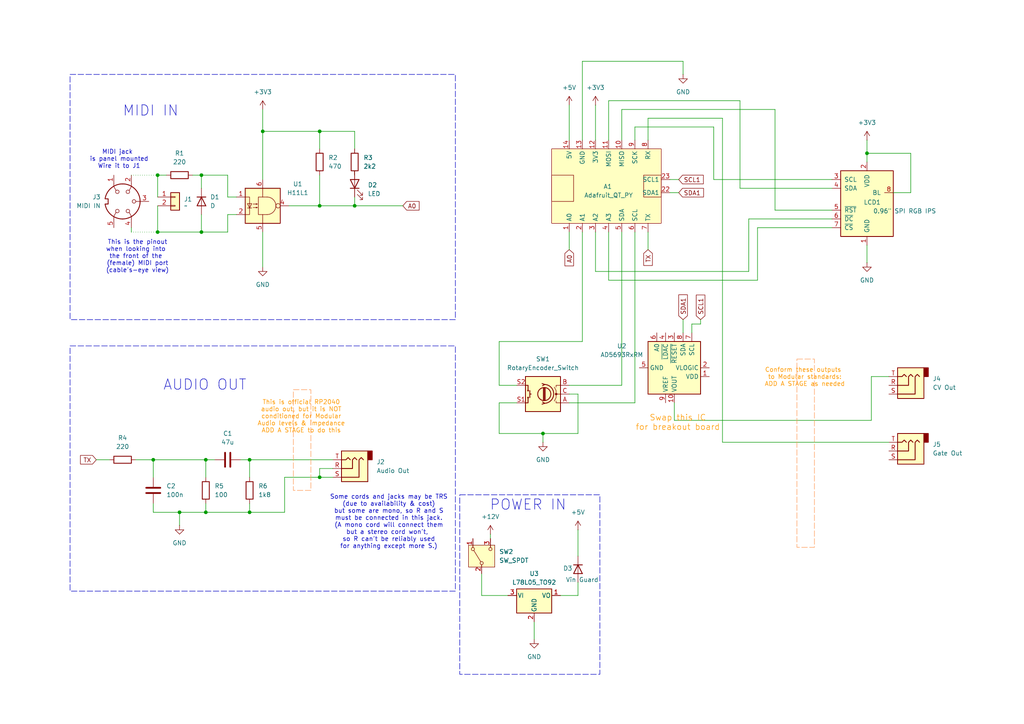
<source format=kicad_sch>
(kicad_sch (version 20231120) (generator "eeschema") (generator_version "8.0")
  (paper "A4")
  (lib_symbols
    (symbol "Analog_DAC:AD5693RxRM"
      (property "Reference" "U" (at 8.89 6.35 0))
      (property "Value" "AD5693RxRM" (at 8.89 3.81 0))
      (symbol "AD5693RxRM_0_1"
        (rectangle (start -7.62 7.62) (end 7.62 -7.62) (stroke (width 0.254)) (fill (type background)))
      )
      (symbol "AD5693RxRM_1_1"
        (pin power_in line (at 2.54 10.16 270) (length 2.54) (name "VDD") (number "1"))
        (pin output line (at 10.16 0 180) (length 2.54) (name "VOUT") (number "10"))
        (pin power_in line (at 0 10.16 270) (length 2.54) (name "VLOGIC") (number "2"))
        (pin input line (at -10.16 0 0) (length 2.54) (name "~{RESET}") (number "3"))
        (pin input line (at -10.16 -2.54 0) (length 2.54) (name "~{LDAC}") (number "4"))
        (pin power_in line (at 0 -10.16 90) (length 2.54) (name "GND") (number "5"))
        (pin input line (at -10.16 -5.08 0) (length 2.54) (name "A0") (number "6"))
        (pin input line (at -10.16 5.08 0) (length 2.54) (name "SCL") (number "7"))
        (pin bidirectional line (at -10.16 2.54 0) (length 2.54) (name "SDA") (number "8"))
        (pin passive line (at 10.16 -2.54 180) (length 2.54) (name "VREF") (number "9"))
      )
    )
    (symbol "Connector:DIN-5" (pin_names (offset 1.016))
      (property "Reference" "J" (at 3.175 5.715 0))
      (property "Value" "DIN-5" (at 0 -6.35 0))
      (symbol "DIN-5_0_1"
        (arc (start -5.08 0) (mid -3.8609 -3.3364) (end -0.762 -5.08) (stroke (width 0.254)))
        (circle (center -2.794 -1.524) (radius 0.508))
        (circle (center -2.794 1.524) (radius 0.508))
        (polyline (pts (xy 0 5.08) (xy 0 3.81)))
        (polyline (pts (xy -5.08 -2.54) (xy -4.318 -2.54) (xy -3.175 -1.905)))
        (polyline (pts (xy -5.08 2.54) (xy -4.318 2.54) (xy -3.175 1.905)))
        (polyline (pts (xy 5.08 -2.54) (xy 4.318 -2.54) (xy 3.175 -1.905)))
        (polyline (pts (xy 5.08 2.54) (xy 4.318 2.54) (xy 3.175 1.905)))
        (polyline (pts (xy -0.762 -4.953) (xy -0.762 -4.191) (xy 0.762 -4.191) (xy 0.762 -4.953)) (stroke (width 0.254)))
        (circle (center 0 3.302) (radius 0.508))
        (arc (start 0.762 -5.08) (mid 3.8685 -3.343) (end 5.08 0) (stroke (width 0.254)))
        (circle (center 2.794 -1.524) (radius 0.508))
        (circle (center 2.794 1.524) (radius 0.508))
        (arc (start 5.08 0) (mid 0 5.0579) (end -5.08 0) (stroke (width 0.254)))
      )
      (symbol "DIN-5_1_1"
        (pin passive line (at -7.62 -2.54 0) (length 2.54) (name "~") (number "1"))
        (pin passive line (at -7.62 2.54 0) (length 2.54) (name "~") (number "2"))
        (pin passive line (at 0 7.62 270) (length 2.54) (name "~") (number "3"))
        (pin passive line (at 7.62 2.54 180) (length 2.54) (name "~") (number "4"))
        (pin passive line (at 7.62 -2.54 180) (length 2.54) (name "~") (number "5"))
      )
    )
    (symbol "Connector_Audio:AudioJack3"
      (property "Reference" "J" (at 0 8.89 0))
      (property "Value" "AudioJack3" (at 0 6.35 0))
      (symbol "AudioJack3_0_1"
        (rectangle (start -5.08 -5.08) (end -6.35 -2.54) (stroke (width 0.254)) (fill (type outline)))
        (polyline (pts (xy 0 -2.54) (xy 0.635 -3.175) (xy 1.27 -2.54) (xy 2.54 -2.54)) (stroke (width 0.254)))
        (polyline (pts (xy -1.905 -2.54) (xy -1.27 -3.175) (xy -0.635 -2.54) (xy -0.635 0) (xy 2.54 0)) (stroke (width 0.254)))
        (polyline (pts (xy 2.54 2.54) (xy -2.54 2.54) (xy -2.54 -2.54) (xy -3.175 -3.175) (xy -3.81 -2.54)) (stroke (width 0.254)))
        (rectangle (start 2.54 3.81) (end -5.08 -5.08) (stroke (width 0.254)) (fill (type background)))
      )
      (symbol "AudioJack3_1_1"
        (pin passive line (at 5.08 0 180) (length 2.54) (name "~") (number "R"))
        (pin passive line (at 5.08 2.54 180) (length 2.54) (name "~") (number "S"))
        (pin passive line (at 5.08 -2.54 180) (length 2.54) (name "~") (number "T"))
      )
    )
    (symbol "Connector_Generic:Conn_01x02" (pin_names (offset 1.016) hide)
      (property "Reference" "J" (at 0 2.54 0))
      (property "Value" "Conn_01x02" (at 0 -5.08 0))
      (symbol "Conn_01x02_1_1"
        (rectangle (start -1.27 -2.413) (end 0 -2.667) (stroke (width 0.1524)))
        (rectangle (start -1.27 0.127) (end 0 -0.127) (stroke (width 0.1524)))
        (rectangle (start -1.27 1.27) (end 1.27 -3.81) (stroke (width 0.254)) (fill (type background)))
        (pin passive line (at -5.08 0 0) (length 3.81) (name "Pin_1") (number "1"))
        (pin passive line (at -5.08 -2.54 0) (length 3.81) (name "Pin_2") (number "2"))
      )
    )
    (symbol "DSE Custom KiCad Parts Library:Adafruit_QT_PY_RP2040_DSE"
      (property "Reference" "A1" (at -11.43 17.78 0))
      (property "Value" "Adafruit_QT_PY_RP2040_DSE" (at -11.43 15.24 0))
      (symbol "Adafruit_QT_PY_RP2040_DSE_0_1"
        (rectangle (start -10.16 20.32) (end -3.81 12.7))
        (rectangle (start 16.51 20.32) (end 21.59 13.97))
      )
      (symbol "Adafruit_QT_PY_RP2040_DSE_1_1"
        (rectangle (start -10.16 27.94) (end 21.59 6.35) (fill (type background)))
        (pin bidirectional line (at -5.08 3.81 90) (length 2.54) (name "A0") (number "1"))
        (pin bidirectional line (at 10.16 30.48 270) (length 2.54) (name "MISO") (number "10"))
        (pin bidirectional line (at 6.35 30.48 270) (length 2.54) (name "MOSI") (number "11"))
        (pin power_out line (at 2.54 30.48 270) (length 2.54) (name "3V3") (number "12"))
        (pin power_out line (at -1.27 30.48 270) (length 2.54) (name "GND") (number "13"))
        (pin power_out line (at -5.08 30.48 270) (length 2.54) (name "5V") (number "14"))
        (pin bidirectional line (at -1.27 3.81 90) (length 2.54) (name "A1") (number "2"))
        (pin bidirectional line (at 24.13 15.24 180) (length 2.54) (name "SDA1") (number "22"))
        (pin bidirectional line (at 24.13 19.05 180) (length 2.54) (name "SCL1") (number "23"))
        (pin bidirectional line (at 2.54 3.81 90) (length 2.54) (name "A2") (number "3"))
        (pin bidirectional line (at 6.35 3.81 90) (length 2.54) (name "A3") (number "4"))
        (pin bidirectional line (at 10.16 3.81 90) (length 2.54) (name "SDA") (number "5"))
        (pin bidirectional line (at 13.97 3.81 90) (length 2.54) (name "SCL") (number "6"))
        (pin bidirectional line (at 17.78 3.81 90) (length 2.54) (name "TX") (number "7"))
        (pin bidirectional line (at 17.78 30.48 270) (length 2.54) (name "RX") (number "8"))
        (pin bidirectional line (at 13.97 30.48 270) (length 2.54) (name "SCK") (number "9"))
      )
    )
    (symbol "DSE Custom KiCad Parts Library:ST7735S_RGB_IPS_80x160_Breakout_DSE" (pin_names (offset 1.016))
      (property "Reference" "OLED1" (at 1.9559 13.97 0))
      (property "Value" "0.96\" OLED" (at 1.9559 11.43 0))
      (symbol "ST7735S_RGB_IPS_80x160_Breakout_DSE_0_1"
        (rectangle (start -7.62 10.16) (end 7.62 -8.89) (stroke (width 0.254)) (fill (type background)))
      )
      (symbol "ST7735S_RGB_IPS_80x160_Breakout_DSE_1_1"
        (pin power_in line (at 0 -11.43 90) (length 2.54) (name "GND") (number "1"))
        (pin power_in line (at 0 12.7 270) (length 2.54) (name "VDD") (number "2"))
        (pin input line (at -10.16 7.62 0) (length 2.54) (name "SCL") (number "3"))
        (pin input line (at -10.16 5.08 0) (length 2.54) (name "SDA") (number "4"))
        (pin input line (at -10.16 -1.27 0) (length 2.54) (name "~{RST}") (number "5"))
        (pin input line (at -10.16 -3.81 0) (length 2.54) (name "~{DC}") (number "6"))
        (pin input line (at -10.16 -6.35 0) (length 2.54) (name "~{CS}") (number "7"))
        (pin input line (at 7.62 3.81 180) (length 2.54) (name "BL") (number "8"))
      )
    )
    (symbol "Device:C" (pin_numbers hide) (pin_names (offset 0.254))
      (property "Reference" "C" (at 0.635 2.54 0))
      (property "Value" "C" (at 0.635 -2.54 0))
      (symbol "C_0_1"
        (polyline (pts (xy -2.032 -0.762) (xy 2.032 -0.762)) (stroke (width 0.508)))
        (polyline (pts (xy -2.032 0.762) (xy 2.032 0.762)) (stroke (width 0.508)))
      )
      (symbol "C_1_1"
        (pin passive line (at 0 3.81 270) (length 2.794) (name "~") (number "1"))
        (pin passive line (at 0 -3.81 90) (length 2.794) (name "~") (number "2"))
      )
    )
    (symbol "Device:D" (pin_numbers hide) (pin_names (offset 1.016) hide)
      (property "Reference" "D" (at 0 2.54 0))
      (property "Value" "D" (at 0 -2.54 0))
      (symbol "D_0_1"
        (polyline (pts (xy -1.27 1.27) (xy -1.27 -1.27)) (stroke (width 0.254)))
        (polyline (pts (xy 1.27 0) (xy -1.27 0)))
        (polyline (pts (xy 1.27 1.27) (xy 1.27 -1.27) (xy -1.27 0) (xy 1.27 1.27)) (stroke (width 0.254)))
      )
      (symbol "D_1_1"
        (pin passive line (at -3.81 0 0) (length 2.54) (name "K") (number "1"))
        (pin passive line (at 3.81 0 180) (length 2.54) (name "A") (number "2"))
      )
    )
    (symbol "Device:LED" (pin_numbers hide) (pin_names (offset 1.016) hide)
      (property "Reference" "D" (at 0 2.54 0))
      (property "Value" "LED" (at 0 -2.54 0))
      (symbol "LED_0_1"
        (polyline (pts (xy -1.27 -1.27) (xy -1.27 1.27)) (stroke (width 0.254)))
        (polyline (pts (xy -1.27 0) (xy 1.27 0)))
        (polyline (pts (xy 1.27 -1.27) (xy 1.27 1.27) (xy -1.27 0) (xy 1.27 -1.27)) (stroke (width 0.254)))
        (polyline (pts (xy -3.048 -0.762) (xy -4.572 -2.286) (xy -3.81 -2.286) (xy -4.572 -2.286) (xy -4.572 -1.524)))
        (polyline (pts (xy -1.778 -0.762) (xy -3.302 -2.286) (xy -2.54 -2.286) (xy -3.302 -2.286) (xy -3.302 -1.524)))
      )
      (symbol "LED_1_1"
        (pin passive line (at -3.81 0 0) (length 2.54) (name "K") (number "1"))
        (pin passive line (at 3.81 0 180) (length 2.54) (name "A") (number "2"))
      )
    )
    (symbol "Device:R" (pin_numbers hide) (pin_names (offset 0))
      (property "Reference" "R" (at 2.032 0 90))
      (property "Value" "R" (at 0 0 90))
      (symbol "R_0_1"
        (rectangle (start -1.016 -2.54) (end 1.016 2.54) (stroke (width 0.254)))
      )
      (symbol "R_1_1"
        (pin passive line (at 0 3.81 270) (length 1.27) (name "~") (number "1"))
        (pin passive line (at 0 -3.81 90) (length 1.27) (name "~") (number "2"))
      )
    )
    (symbol "Device:RotaryEncoder_Switch" (pin_names (offset 0.254) hide)
      (property "Reference" "SW" (at 0 6.604 0))
      (property "Value" "RotaryEncoder_Switch" (at 0 -6.604 0))
      (symbol "RotaryEncoder_Switch_0_1"
        (rectangle (start -5.08 5.08) (end 5.08 -5.08) (stroke (width 0.254)) (fill (type background)))
        (circle (center -3.81 0) (radius 0.254) (fill (type outline)))
        (circle (center -0.381 0) (radius 1.905) (stroke (width 0.254)))
        (arc (start -0.381 2.667) (mid -3.0988 -0.0635) (end -0.381 -2.794) (stroke (width 0.254)))
        (polyline (pts (xy -0.635 -1.778) (xy -0.635 1.778)) (stroke (width 0.254)))
        (polyline (pts (xy -0.381 -1.778) (xy -0.381 1.778)) (stroke (width 0.254)))
        (polyline (pts (xy -0.127 1.778) (xy -0.127 -1.778)) (stroke (width 0.254)))
        (polyline (pts (xy 3.81 0) (xy 3.429 0)) (stroke (width 0.254)))
        (polyline (pts (xy 3.81 1.016) (xy 3.81 -1.016)) (stroke (width 0.254)))
        (polyline (pts (xy -5.08 -2.54) (xy -3.81 -2.54) (xy -3.81 -2.032)))
        (polyline (pts (xy -5.08 2.54) (xy -3.81 2.54) (xy -3.81 2.032)))
        (polyline (pts (xy 0.254 -3.048) (xy -0.508 -2.794) (xy 0.127 -2.413)) (stroke (width 0.254)))
        (polyline (pts (xy 0.254 2.921) (xy -0.508 2.667) (xy 0.127 2.286)) (stroke (width 0.254)))
        (polyline (pts (xy 5.08 -2.54) (xy 4.318 -2.54) (xy 4.318 -1.016)) (stroke (width 0.254)))
        (polyline (pts (xy 5.08 2.54) (xy 4.318 2.54) (xy 4.318 1.016)) (stroke (width 0.254)))
        (polyline (pts (xy -5.08 0) (xy -3.81 0) (xy -3.81 -1.016) (xy -3.302 -2.032)))
        (polyline (pts (xy -4.318 0) (xy -3.81 0) (xy -3.81 1.016) (xy -3.302 2.032)))
        (circle (center 4.318 -1.016) (radius 0.127) (stroke (width 0.254)))
        (circle (center 4.318 1.016) (radius 0.127) (stroke (width 0.254)))
      )
      (symbol "RotaryEncoder_Switch_1_1"
        (pin passive line (at -7.62 2.54 0) (length 2.54) (name "A") (number "A"))
        (pin passive line (at -7.62 -2.54 0) (length 2.54) (name "B") (number "B"))
        (pin passive line (at -7.62 0 0) (length 2.54) (name "C") (number "C"))
        (pin passive line (at 7.62 2.54 180) (length 2.54) (name "S1") (number "S1"))
        (pin passive line (at 7.62 -2.54 180) (length 2.54) (name "S2") (number "S2"))
      )
    )
    (symbol "Isolator:H11L1" (pin_names (offset 1.016))
      (property "Reference" "U" (at 1.27 8.89 0))
      (property "Value" "H11L1" (at 1.27 6.35 0))
      (symbol "H11L1_0_1"
        (rectangle (start -5.08 5.08) (end 5.08 -5.08) (stroke (width 0.254)) (fill (type background)))
        (polyline (pts (xy -4.445 -0.635) (xy -3.175 -0.635)))
        (polyline (pts (xy 0 2.54) (xy 0 5.08)))
        (polyline (pts (xy 0 -2.54) (xy 0 -5.08) (xy 0 -3.81)))
        (polyline (pts (xy -5.08 -2.54) (xy -3.81 -2.54) (xy -3.81 2.54) (xy -5.08 2.54)))
        (polyline (pts (xy -3.81 -0.635) (xy -4.445 0.635) (xy -3.175 0.635) (xy -3.81 -0.635)))
        (polyline (pts (xy 1.27 -2.54) (xy -1.27 -2.54) (xy -1.27 2.54) (xy 1.27 2.54)))
        (polyline (pts (xy -2.794 -0.508) (xy -1.524 -0.508) (xy -1.905 -0.635) (xy -1.905 -0.381) (xy -1.524 -0.508)))
        (polyline (pts (xy -2.794 0.508) (xy -1.524 0.508) (xy -1.905 0.381) (xy -1.905 0.635) (xy -1.524 0.508)))
        (arc (start 1.27 -2.54) (mid 3.799 0) (end 1.27 2.54))
      )
      (symbol "H11L1_1_1"
        (pin passive line (at -7.62 2.54 0) (length 2.54) (name "~") (number "1"))
        (pin passive line (at -7.62 -2.54 0) (length 2.54) (name "~") (number "2"))
        (pin no_connect line (at -5.08 0 0) (length 2.54) hide (name "~") (number "3"))
        (pin output inverted (at 7.62 0 180) (length 3.81) (name "~") (number "4"))
        (pin power_in line (at 0 -7.62 90) (length 2.54) (name "~") (number "5"))
        (pin power_in line (at 0 7.62 270) (length 2.54) (name "~") (number "6"))
      )
    )
    (symbol "Regulator_Linear:L78L05_TO92" (pin_names (offset 0.254))
      (property "Reference" "U" (at -3.81 3.175 0))
      (property "Value" "L78L05_TO92" (at 0 3.175 0))
      (symbol "L78L05_TO92_0_1"
        (rectangle (start -5.08 -5.08) (end 5.08 1.905) (stroke (width 0.254)) (fill (type background)))
      )
      (symbol "L78L05_TO92_1_1"
        (pin power_out line (at 7.62 0 180) (length 2.54) (name "VO") (number "1"))
        (pin power_in line (at 0 -7.62 90) (length 2.54) (name "GND") (number "2"))
        (pin power_in line (at -7.62 0 0) (length 2.54) (name "VI") (number "3"))
      )
    )
    (symbol "Switch:SW_SPDT" (pin_names (offset 0) hide)
      (property "Reference" "SW" (at 0 5.08 0))
      (property "Value" "SW_SPDT" (at 0 -5.08 0))
      (symbol "SW_SPDT_0_1"
        (circle (center -2.032 0) (radius 0.4572))
        (polyline (pts (xy -1.651 0.254) (xy 1.651 2.286)))
        (circle (center 2.032 -2.54) (radius 0.4572))
        (circle (center 2.032 2.54) (radius 0.4572))
      )
      (symbol "SW_SPDT_1_1"
        (rectangle (start -3.175 3.81) (end 3.175 -3.81) (fill (type background)))
        (pin passive line (at 5.08 2.54 180) (length 2.54) (name "A") (number "1"))
        (pin passive line (at -5.08 0 0) (length 2.54) (name "B") (number "2"))
        (pin passive line (at 5.08 -2.54 180) (length 2.54) (name "C") (number "3"))
      )
    )
    (symbol "power:+12V" (power) (pin_numbers hide) (pin_names (offset 0) hide)
      (property "Value" "+12V" (at 0 3.556 0))
      (symbol "+12V_0_1"
        (polyline (pts (xy -0.762 1.27) (xy 0 2.54)))
        (polyline (pts (xy 0 0) (xy 0 2.54)))
        (polyline (pts (xy 0 2.54) (xy 0.762 1.27)))
      )
      (symbol "+12V_1_1"
        (pin power_in line (at 0 0 90) (length 0) (name "~") (number "1"))
      )
    )
    (symbol "power:+3V3" (power) (pin_numbers hide) (pin_names (offset 0) hide)
      (property "Value" "+3V3" (at 0 3.556 0))
      (symbol "+3V3_0_1"
        (polyline (pts (xy -0.762 1.27) (xy 0 2.54)))
        (polyline (pts (xy 0 0) (xy 0 2.54)))
        (polyline (pts (xy 0 2.54) (xy 0.762 1.27)))
      )
      (symbol "+3V3_1_1"
        (pin power_in line (at 0 0 90) (length 0) (name "~") (number "1"))
      )
    )
    (symbol "power:+5V" (power) (pin_numbers hide) (pin_names (offset 0) hide)
      (property "Value" "+5V" (at 0 3.556 0))
      (symbol "+5V_0_1"
        (polyline (pts (xy -0.762 1.27) (xy 0 2.54)))
        (polyline (pts (xy 0 0) (xy 0 2.54)))
        (polyline (pts (xy 0 2.54) (xy 0.762 1.27)))
      )
      (symbol "+5V_1_1"
        (pin power_in line (at 0 0 90) (length 0) (name "~") (number "1"))
      )
    )
    (symbol "power:GND" (power) (pin_numbers hide) (pin_names (offset 0) hide)
      (property "Value" "GND" (at 0 -3.81 0))
      (symbol "GND_0_1"
        (polyline (pts (xy 0 0) (xy 0 -1.27) (xy 1.27 -1.27) (xy 0 -2.54) (xy -1.27 -1.27) (xy 0 -1.27)))
      )
      (symbol "GND_1_1"
        (pin power_in line (at 0 0 270) (length 0) (name "~") (number "1"))
      )
    )
  )
  (junction (at 45.72 50.8))
  (junction (at 59.69 133.35))
  (junction (at 92.71 138.43))
  (junction (at 92.71 59.69))
  (junction (at 45.72 67.31))
  (junction (at 59.69 148.59))
  (junction (at 58.42 67.31))
  (junction (at 92.71 38.1))
  (junction (at 251.46 44.45))
  (junction (at 102.87 59.69))
  (junction (at 157.48 125.73))
  (junction (at 76.2 38.1))
  (junction (at 58.42 50.8))
  (junction (at 72.39 148.59))
  (junction (at 44.45 133.35))
  (junction (at 72.39 133.35))
  (junction (at 52.07 148.59))
  (wire (pts (xy 52.07 148.59) (xy 52.07 152.4)))
  (wire (pts (xy 252.73 109.22) (xy 257.81 109.22)))
  (wire (pts (xy 39.37 133.35) (xy 44.45 133.35)))
  (wire (pts (xy 72.39 148.59) (xy 59.69 148.59)))
  (wire (pts (xy 251.46 71.12) (xy 251.46 76.2)))
  (wire (pts (xy 241.3 54.61) (xy 214.63 54.61)))
  (wire (pts (xy 176.53 29.21) (xy 176.53 40.64)))
  (wire (pts (xy 168.91 67.31) (xy 168.91 99.06)))
  (wire (pts (xy 203.2 93.98) (xy 200.66 93.98)))
  (wire (pts (xy 219.71 66.04) (xy 219.71 81.28)))
  (wire (pts (xy 139.7 172.72) (xy 147.32 172.72)))
  (wire (pts (xy 207.01 52.07) (xy 207.01 36.83)))
  (wire (pts (xy 66.04 67.31) (xy 58.42 67.31)))
  (wire (pts (xy 172.72 78.74) (xy 172.72 67.31)))
  (wire (pts (xy 209.55 34.29) (xy 187.96 34.29)))
  (wire (pts (xy 38.1 67.31) (xy 45.72 67.31)) (stroke (width 0) (type dot)))
  (wire (pts (xy 69.85 133.35) (xy 72.39 133.35)))
  (wire (pts (xy 59.69 148.59) (xy 52.07 148.59)))
  (wire (pts (xy 68.58 57.15) (xy 66.04 57.15)))
  (wire (pts (xy 44.45 133.35) (xy 59.69 133.35)))
  (wire (pts (xy 184.15 67.31) (xy 184.15 116.84)))
  (wire (pts (xy 27.94 133.35) (xy 31.75 133.35)))
  (wire (pts (xy 180.34 40.64) (xy 180.34 31.75)))
  (wire (pts (xy 82.55 138.43) (xy 82.55 148.59)))
  (wire (pts (xy 66.04 62.23) (xy 66.04 67.31)))
  (wire (pts (xy 167.64 114.3) (xy 167.64 125.73)))
  (wire (pts (xy 180.34 67.31) (xy 180.34 111.76)))
  (wire (pts (xy 102.87 50.8) (xy 102.87 49.53)))
  (wire (pts (xy 96.52 135.89) (xy 92.71 135.89)))
  (wire (pts (xy 144.78 111.76) (xy 149.86 111.76)))
  (wire (pts (xy 198.12 21.59) (xy 198.12 17.78)))
  (wire (pts (xy 102.87 59.69) (xy 116.84 59.69)))
  (wire (pts (xy 259.08 55.88) (xy 264.16 55.88)))
  (wire (pts (xy 59.69 133.35) (xy 59.69 138.43)))
  (wire (pts (xy 264.16 44.45) (xy 251.46 44.45)))
  (wire (pts (xy 45.72 50.8) (xy 48.26 50.8)))
  (wire (pts (xy 58.42 50.8) (xy 58.42 54.61)))
  (wire (pts (xy 203.2 92.71) (xy 203.2 93.98)))
  (wire (pts (xy 154.94 180.34) (xy 154.94 185.42)))
  (wire (pts (xy 219.71 81.28) (xy 176.53 81.28)))
  (wire (pts (xy 149.86 116.84) (xy 144.78 116.84)))
  (wire (pts (xy 157.48 125.73) (xy 157.48 128.27)))
  (wire (pts (xy 241.3 63.5) (xy 217.17 63.5)))
  (wire (pts (xy 66.04 50.8) (xy 58.42 50.8)))
  (wire (pts (xy 184.15 36.83) (xy 184.15 40.64)))
  (wire (pts (xy 241.3 52.07) (xy 207.01 52.07)))
  (wire (pts (xy 72.39 133.35) (xy 96.52 133.35)))
  (wire (pts (xy 59.69 146.05) (xy 59.69 148.59)))
  (wire (pts (xy 142.24 154.94) (xy 142.24 156.21)))
  (wire (pts (xy 76.2 67.31) (xy 76.2 77.47)))
  (wire (pts (xy 76.2 38.1) (xy 76.2 52.07)))
  (wire (pts (xy 144.78 116.84) (xy 144.78 125.73)))
  (wire (pts (xy 241.3 66.04) (xy 219.71 66.04)))
  (wire (pts (xy 214.63 29.21) (xy 176.53 29.21)))
  (wire (pts (xy 187.96 67.31) (xy 187.96 72.39)))
  (wire (pts (xy 257.81 128.27) (xy 209.55 128.27)))
  (wire (pts (xy 76.2 31.75) (xy 76.2 38.1)))
  (wire (pts (xy 167.64 172.72) (xy 162.56 172.72)))
  (wire (pts (xy 45.72 50.8) (xy 45.72 57.15)))
  (wire (pts (xy 165.1 30.48) (xy 165.1 40.64)))
  (wire (pts (xy 264.16 55.88) (xy 264.16 44.45)))
  (wire (pts (xy 139.7 172.72) (xy 139.7 166.37)))
  (wire (pts (xy 195.58 116.84) (xy 195.58 121.92)))
  (wire (pts (xy 44.45 148.59) (xy 44.45 146.05)))
  (wire (pts (xy 68.58 62.23) (xy 66.04 62.23)))
  (wire (pts (xy 44.45 133.35) (xy 44.45 138.43)))
  (wire (pts (xy 180.34 111.76) (xy 165.1 111.76)))
  (wire (pts (xy 167.64 168.91) (xy 167.64 172.72)))
  (wire (pts (xy 144.78 125.73) (xy 157.48 125.73)))
  (wire (pts (xy 92.71 50.8) (xy 92.71 59.69)))
  (wire (pts (xy 92.71 138.43) (xy 82.55 138.43)))
  (wire (pts (xy 92.71 59.69) (xy 102.87 59.69)))
  (wire (pts (xy 45.72 67.31) (xy 58.42 67.31)))
  (wire (pts (xy 102.87 59.69) (xy 102.87 57.15)))
  (wire (pts (xy 92.71 43.18) (xy 92.71 38.1)))
  (wire (pts (xy 187.96 34.29) (xy 187.96 40.64)))
  (wire (pts (xy 207.01 36.83) (xy 184.15 36.83)))
  (wire (pts (xy 72.39 138.43) (xy 72.39 133.35)))
  (wire (pts (xy 214.63 54.61) (xy 214.63 29.21)))
  (wire (pts (xy 224.79 60.96) (xy 241.3 60.96)))
  (wire (pts (xy 217.17 78.74) (xy 172.72 78.74)))
  (wire (pts (xy 252.73 121.92) (xy 252.73 109.22)))
  (wire (pts (xy 45.72 59.69) (xy 45.72 67.31)))
  (wire (pts (xy 92.71 38.1) (xy 76.2 38.1)))
  (wire (pts (xy 209.55 128.27) (xy 209.55 34.29)))
  (wire (pts (xy 55.88 50.8) (xy 58.42 50.8)))
  (wire (pts (xy 194.31 52.07) (xy 196.85 52.07)))
  (wire (pts (xy 168.91 17.78) (xy 168.91 40.64)))
  (wire (pts (xy 58.42 62.23) (xy 58.42 67.31)))
  (wire (pts (xy 168.91 99.06) (xy 144.78 99.06)))
  (wire (pts (xy 72.39 146.05) (xy 72.39 148.59)))
  (wire (pts (xy 224.79 31.75) (xy 224.79 60.96)))
  (wire (pts (xy 144.78 99.06) (xy 144.78 111.76)))
  (wire (pts (xy 184.15 116.84) (xy 165.1 116.84)))
  (wire (pts (xy 165.1 114.3) (xy 167.64 114.3)))
  (wire (pts (xy 66.04 57.15) (xy 66.04 50.8)))
  (wire (pts (xy 194.31 55.88) (xy 196.85 55.88)))
  (wire (pts (xy 38.1 67.31) (xy 38.1 66.04)))
  (wire (pts (xy 82.55 148.59) (xy 72.39 148.59)))
  (wire (pts (xy 217.17 63.5) (xy 217.17 78.74)))
  (wire (pts (xy 102.87 43.18) (xy 102.87 38.1)))
  (wire (pts (xy 198.12 17.78) (xy 168.91 17.78)))
  (wire (pts (xy 92.71 59.69) (xy 83.82 59.69)))
  (wire (pts (xy 92.71 38.1) (xy 102.87 38.1)))
  (wire (pts (xy 176.53 81.28) (xy 176.53 67.31)))
  (wire (pts (xy 172.72 30.48) (xy 172.72 40.64)))
  (wire (pts (xy 59.69 133.35) (xy 62.23 133.35)))
  (wire (pts (xy 96.52 138.43) (xy 92.71 138.43)))
  (wire (pts (xy 92.71 135.89) (xy 92.71 138.43)))
  (wire (pts (xy 200.66 93.98) (xy 200.66 96.52)))
  (wire (pts (xy 251.46 40.64) (xy 251.46 44.45)))
  (wire (pts (xy 38.1 50.8) (xy 45.72 50.8)) (stroke (width 0) (type dot)))
  (wire (pts (xy 167.64 153.67) (xy 167.64 161.29)))
  (wire (pts (xy 165.1 67.31) (xy 165.1 72.39)))
  (wire (pts (xy 195.58 121.92) (xy 252.73 121.92)))
  (wire (pts (xy 198.12 92.71) (xy 198.12 96.52)))
  (wire (pts (xy 157.48 125.73) (xy 167.64 125.73)))
  (wire (pts (xy 180.34 31.75) (xy 224.79 31.75)))
  (wire (pts (xy 251.46 44.45) (xy 251.46 46.99)))
  (wire (pts (xy 44.45 148.59) (xy 52.07 148.59)))
  (rectangle (start 231.14 104.14) (end 236.22 158.75) (stroke (width 0) (type dash) (color 255 153 85 1)))
  (rectangle (start 133.35 143.51) (end 173.99 195.58) (stroke (width 0) (type dash)))
  (rectangle (start 85.09 113.03) (end 90.17 142.24) (stroke (width 0) (type dash) (color 255 153 85 1)))
  (rectangle (start 20.32 100.33) (end 132.08 171.45) (stroke (width 0) (type dash)))
  (rectangle (start 20.32 21.59) (end 132.08 92.71) (stroke (width 0) (type dash)))
  (text "AUDIO OUT" (at 59.436 111.76 0) (effects (font (size 3 3))))
  (text "This is official RP2040\naudio out, but it is NOT\nconditioned for Modular\nAudio levels & impedance\nADD A STAGE to do this" (at 87.376 120.904 0) (effects (font (size 1.27 1.27))))
  (text "MIDI IN" (at 43.688 32.258 0) (effects (font (size 3 3))))
  (text "MIDI jack \nis panel mounted\nWire it to J1" (at 34.544 46.228 0) (effects (font (size 1.27 1.27))))
  (text "This is the pinout\nwhen looking into \nthe front of the \n(female) MIDI port\n(cable's-eye view)" (at 39.878 74.422 0) (effects (font (size 1.27 1.27))))
  (text "POWER IN" (at 153.162 146.558 0) (effects (font (size 3 3))))
  (text "Swap this IC\nfor breakout board" (at 196.596 122.682 0) (effects (font (size 1.7 1.7))))
  (text "Conform these outputs \nto Modular standards:\nADD A STAGE as needed" (at 233.426 109.474 0) (effects (font (size 1.27 1.27))))
  (text "Some cords and jacks may be TRS\n(due to availability & cost)\nbut some are mono, so R and S\nmust be connected in this jack.\n(A mono cord will connect them\nbut a stereo cord won't, \nso R can't be reliably used\nfor anything except more S.)" (at 112.776 151.384 0) (effects (font (size 1.27 1.27))))
  (global_label "SDA1" (shape input) (at 196.85 55.88 0) (property "Intersheetrefs" "${INTERSHEET_REFS}" (effects (hide yes))))
  (global_label "TX" (shape input) (at 187.96 72.39 270) (property "Intersheetrefs" "${INTERSHEET_REFS}" (effects (hide yes))))
  (global_label "SCL1" (shape input) (at 203.2 92.71 90) (property "Intersheetrefs" "${INTERSHEET_REFS}" (effects (hide yes))))
  (global_label "TX" (shape input) (at 27.94 133.35 180) (property "Intersheetrefs" "${INTERSHEET_REFS}" (effects (hide yes))))
  (global_label "A0" (shape input) (at 165.1 72.39 270) (property "Intersheetrefs" "${INTERSHEET_REFS}" (effects (hide yes))))
  (global_label "SCL1" (shape input) (at 196.85 52.07 0) (property "Intersheetrefs" "${INTERSHEET_REFS}" (effects (hide yes))))
  (global_label "A0" (shape input) (at 116.84 59.69 0) (property "Intersheetrefs" "${INTERSHEET_REFS}" (effects (hide yes))))
  (global_label "SDA1" (shape input) (at 198.12 92.71 90) (property "Intersheetrefs" "${INTERSHEET_REFS}" (effects (hide yes))))
  (symbol (lib_id "Device:C") (at 44.45 142.24 180) (unit 1)
    (property "Reference" "C2" (at 48.26 140.9699 0) (effects (justify right)))
    (property "Value" "100n" (at 48.26 143.5099 0) (effects (justify right)))
    (property "Footprint" "Capacitor_THT:C_Radial_D6.3mm_H7.0mm_P2.50mm" (effects (hide yes)))
    (property "Description" "Unpolarized capacitor" (effects (hide yes)))
  )
  (symbol (lib_id "Device:R") (at 72.39 142.24 180) (unit 1)
    (property "Reference" "R6" (at 74.93 140.9699 0) (effects (justify right)))
    (property "Value" "1k8" (at 74.93 143.5099 0) (effects (justify right)))
    (property "Footprint" "Resistor_THT:R_Axial_DIN0207_L6.3mm_D2.5mm_P2.54mm_Vertical" (effects (hide yes)))
    (property "Description" "Resistor" (effects (hide yes)))
  )
  (symbol (lib_id "power:+5V") (at 165.1 30.48 0) (unit 1)
    (property "Reference" "#PWR09" (effects (hide yes)))
    (property "Value" "+5V" (at 165.1 25.4 0))
    (property "Description" "Power symbol creates a global label with name \"+5V\"" (effects (hide yes)))
  )
  (symbol (lib_id "Connector_Audio:AudioJack3") (at 262.89 111.76 180) (unit 1)
    (property "Reference" "J4" (at 270.51 109.8549 0) (effects (justify right)))
    (property "Value" "CV Out" (at 270.51 112.3949 0) (effects (justify right)))
    (property "Footprint" "Connector_Audio:Jack_3.5mm_QingPu_WQP-PJ398SM_Vertical_CircularHoles" (effects (hide yes)))
    (property "Description" "Audio Jack, 3 Poles (Stereo / TRS)" (effects (hide yes)))
  )
  (symbol (lib_id "power:GND") (at 198.12 21.59 0) (unit 1)
    (property "Reference" "#PWR04" (effects (hide yes)))
    (property "Value" "GND" (at 198.12 26.67 0))
    (property "Description" "Power symbol creates a global label with name \"GND\" , ground" (effects (hide yes)))
  )
  (symbol (lib_id "Connector:DIN-5") (at 35.56 58.42 270) (unit 1) (on_board no)
    (property "Reference" "J3" (at 29.21 57.15 90) (effects (justify right)))
    (property "Value" "MIDI IN" (at 29.21 59.69 90) (effects (justify right)))
    (property "Datasheet" "http://www.mouser.com/ds/2/18/40_c091_abd_e-75918.pdf" (effects (hide yes)))
    (property "Description" "5-pin DIN connector" (effects (hide yes)))
  )
  (symbol (lib_id "Device:R") (at 52.07 50.8 90) (unit 1)
    (property "Reference" "R1" (at 52.07 44.45 90))
    (property "Value" "220" (at 52.07 46.99 90))
    (property "Footprint" "Resistor_THT:R_Axial_DIN0207_L6.3mm_D2.5mm_P2.54mm_Vertical" (effects (hide yes)))
    (property "Description" "Resistor" (effects (hide yes)))
  )
  (symbol (lib_id "Device:LED") (at 102.87 53.34 90) (unit 1)
    (property "Reference" "D2" (at 106.68 53.6574 90) (effects (justify right)))
    (property "Value" "LED" (at 106.68 56.1974 90) (effects (justify right)))
    (property "Footprint" "LED_THT:LED_D3.0mm" (effects (hide yes)))
    (property "Description" "Light emitting diode" (effects (hide yes)))
  )
  (symbol (lib_id "Switch:SW_SPDT") (at 139.7 161.29 90) (unit 1)
    (property "Reference" "SW2" (at 144.78 160.0199 90) (effects (justify right)))
    (property "Value" "SW_SPDT" (at 144.78 162.5599 90) (effects (justify right)))
    (property "Description" "Switch, single pole double throw" (effects (hide yes)))
  )
  (symbol (lib_id "power:+12V") (at 142.24 154.94 0) (unit 1)
    (property "Reference" "#PWR011" (effects (hide yes)))
    (property "Value" "+12V" (at 142.24 149.86 0))
    (property "Description" "Power symbol creates a global label with name \"+12V\"" (effects (hide yes)))
  )
  (symbol (lib_id "Device:RotaryEncoder_Switch") (at 157.48 114.3 180) (unit 1)
    (property "Reference" "SW1" (at 157.48 104.14 0))
    (property "Value" "RotaryEncoder_Switch" (at 157.48 106.68 0))
    (property "Description" "Rotary encoder, dual channel, incremental quadrate outputs, with switch" (effects (hide yes)))
  )
  (symbol (lib_id "power:+5V") (at 167.64 153.67 0) (unit 1)
    (property "Reference" "#PWR010" (effects (hide yes)))
    (property "Value" "+5V" (at 167.64 148.59 0))
    (property "Description" "Power symbol creates a global label with name \"+5V\"" (effects (hide yes)))
  )
  (symbol (lib_id "Analog_DAC:AD5693RxRM") (at 195.58 106.68 270) (unit 1)
    (property "Reference" "U2" (at 180.34 100.3614 90))
    (property "Value" "AD5693RxRM" (at 180.34 102.9014 90))
    (property "Footprint" "Package_SO:MSOP-10_3x3mm_P0.5mm" (effects (hide yes)))
    (property "Datasheet" "https://www.analog.com/media/en/technical-documentation/data-sheets/AD5693R_5692R_5691R_5693.pdf" (effects (hide yes)))
    (property "Description" "Tiny, 16-Bit, I2C, nanoDAC+, 2 ppm/°C Reference, MSOP-10" (effects (hide yes)))
  )
  (symbol (lib_id "power:+3V3") (at 251.46 40.64 0) (unit 1)
    (property "Reference" "#PWR07" (effects (hide yes)))
    (property "Value" "+3V3" (at 251.46 35.56 0))
    (property "Description" "Power symbol creates a global label with name \"+3V3\"" (effects (hide yes)))
  )
  (symbol (lib_id "Device:D") (at 58.42 58.42 270) (unit 1)
    (property "Reference" "D1" (at 60.96 57.1499 90) (effects (justify left)))
    (property "Value" "D" (at 60.96 59.6899 90) (effects (justify left)))
    (property "Footprint" "Diode_THT:D_DO-34_SOD68_P2.54mm_Vertical_AnodeUp" (effects (hide yes)))
    (property "Description" "Diode" (effects (hide yes)))
    (property "Sim.Device" "D" (effects (hide yes)))
    (property "Sim.Pins" "1=K 2=A" (effects (hide yes)))
  )
  (symbol (lib_id "Device:R") (at 59.69 142.24 180) (unit 1)
    (property "Reference" "R5" (at 62.23 140.9699 0) (effects (justify right)))
    (property "Value" "100" (at 62.23 143.5099 0) (effects (justify right)))
    (property "Footprint" "Resistor_THT:R_Axial_DIN0207_L6.3mm_D2.5mm_P2.54mm_Vertical" (effects (hide yes)))
    (property "Description" "Resistor" (effects (hide yes)))
  )
  (symbol (lib_id "power:GND") (at 76.2 77.47 0) (unit 1)
    (property "Reference" "#PWR01" (effects (hide yes)))
    (property "Value" "GND" (at 76.2 82.55 0))
    (property "Description" "Power symbol creates a global label with name \"GND\" , ground" (effects (hide yes)))
  )
  (symbol (lib_id "Connector_Audio:AudioJack3") (at 262.89 130.81 180) (unit 1)
    (property "Reference" "J5" (at 270.51 128.9049 0) (effects (justify right)))
    (property "Value" "Gate Out" (at 270.51 131.4449 0) (effects (justify right)))
    (property "Footprint" "Connector_Audio:Jack_3.5mm_QingPu_WQP-PJ398SM_Vertical_CircularHoles" (effects (hide yes)))
    (property "Description" "Audio Jack, 3 Poles (Stereo / TRS)" (effects (hide yes)))
  )
  (symbol (lib_id "Device:R") (at 92.71 46.99 180) (unit 1)
    (property "Reference" "R2" (at 95.25 45.7199 0) (effects (justify right)))
    (property "Value" "470" (at 95.25 48.2599 0) (effects (justify right)))
    (property "Footprint" "Resistor_THT:R_Axial_DIN0207_L6.3mm_D2.5mm_P2.54mm_Vertical" (effects (hide yes)))
    (property "Description" "Resistor" (effects (hide yes)))
  )
  (symbol (lib_id "power:+3V3") (at 172.72 30.48 0) (unit 1)
    (property "Reference" "#PWR05" (effects (hide yes)))
    (property "Value" "+3V3" (at 172.72 25.4 0))
    (property "Description" "Power symbol creates a global label with name \"+3V3\"" (effects (hide yes)))
  )
  (symbol (lib_id "Connector_Generic:Conn_01x02") (at 50.8 57.15 0) (unit 1)
    (property "Reference" "J1" (at 53.34 57.7849 0) (effects (justify left)))
    (property "Value" "~" (at 53.34 59.69 0) (effects (justify left)))
    (property "Footprint" "Connector_PinHeader_2.54mm:PinHeader_1x02_P2.54mm_Vertical" (effects (hide yes)))
    (property "Description" "Generic connector, single row, 01x02, script generated (kicad-library-utils/schlib/autogen/connector/)" (effects (hide yes)))
  )
  (symbol (lib_id "Device:R") (at 102.87 46.99 180) (unit 1)
    (property "Reference" "R3" (at 105.41 45.7199 0) (effects (justify right)))
    (property "Value" "2k2" (at 105.41 48.2599 0) (effects (justify right)))
    (property "Footprint" "Resistor_THT:R_Axial_DIN0207_L6.3mm_D2.5mm_P2.54mm_Vertical" (effects (hide yes)))
    (property "Description" "Resistor" (effects (hide yes)))
  )
  (symbol (lib_id "power:+3V3") (at 76.2 31.75 0) (unit 1)
    (property "Reference" "#PWR02" (effects (hide yes)))
    (property "Value" "+3V3" (at 76.2 26.67 0))
    (property "Description" "Power symbol creates a global label with name \"+3V3\"" (effects (hide yes)))
  )
  (symbol (lib_id "DSE Custom KiCad Parts Library:Adafruit_QT_PY_RP2040_DSE") (at 170.18 71.12 0) (unit 1)
    (property "Reference" "A1" (at 175.006 54.102 0) (effects (justify left)))
    (property "Value" "Adafruit_QT_PY" (at 169.418 56.642 0) (effects (justify left)))
    (property "Footprint" "DSE Custom KiCad Parts Library:Adafruit QT PY RP2040" (effects (hide yes)))
    (property "Datasheet" "QT PY RP2040" (effects (hide yes)))
    (property "Description" "Microcontroller module with SAMD21 Cortex-M0 MCU" (effects (hide yes)))
  )
  (symbol (lib_id "Device:D") (at 167.64 165.1 270) (unit 1)
    (property "Reference" "D3" (at 163.322 164.846 90) (effects (justify left)))
    (property "Value" "Vin Guard" (at 164.084 168.148 90) (effects (justify left)))
    (property "Description" "Diode" (effects (hide yes)))
    (property "Sim.Device" "D" (effects (hide yes)))
    (property "Sim.Pins" "1=K 2=A" (effects (hide yes)))
  )
  (symbol (lib_id "Device:C") (at 66.04 133.35 90) (unit 1)
    (property "Reference" "C1" (at 66.04 125.73 90))
    (property "Value" "47u" (at 66.04 128.27 90))
    (property "Footprint" "Capacitor_THT:C_Radial_D6.3mm_H7.0mm_P2.50mm" (effects (hide yes)))
    (property "Description" "Unpolarized capacitor" (effects (hide yes)))
  )
  (symbol (lib_id "Device:R") (at 35.56 133.35 90) (unit 1)
    (property "Reference" "R4" (at 35.56 127 90))
    (property "Value" "220" (at 35.56 129.54 90))
    (property "Footprint" "Resistor_THT:R_Axial_DIN0207_L6.3mm_D2.5mm_P2.54mm_Vertical" (effects (hide yes)))
    (property "Description" "Resistor" (effects (hide yes)))
  )
  (symbol (lib_id "power:GND") (at 251.46 76.2 0) (unit 1)
    (property "Reference" "#PWR06" (effects (hide yes)))
    (property "Value" "GND" (at 251.46 81.28 0))
    (property "Description" "Power symbol creates a global label with name \"GND\" , ground" (effects (hide yes)))
  )
  (symbol (lib_id "power:GND") (at 52.07 152.4 0) (unit 1)
    (property "Reference" "#PWR03" (effects (hide yes)))
    (property "Value" "GND" (at 52.07 157.48 0))
    (property "Description" "Power symbol creates a global label with name \"GND\" , ground" (effects (hide yes)))
  )
  (symbol (lib_id "power:GND") (at 157.48 128.27 0) (unit 1)
    (property "Reference" "#PWR08" (effects (hide yes)))
    (property "Value" "GND" (at 157.48 133.35 0))
    (property "Description" "Power symbol creates a global label with name \"GND\" , ground" (effects (hide yes)))
  )
  (symbol (lib_id "DSE Custom KiCad Parts Library:ST7735S_RGB_IPS_80x160_Breakout_DSE") (at 251.46 59.69 0) (unit 1)
    (property "Reference" "LCD1" (at 252.984 58.674 0))
    (property "Value" "0.96\" SPI RGB IPS" (at 262.382 61.214 0))
    (property "Footprint" "Controller: SSD1306" (effects (hide yes)))
    (property "Datasheet" "https://www.allelectronics.com/item/oled-1/0.96-inch-oled-display-module/1.html" (effects (hide yes)))
    (property "Description" "LCD 4x10 character display blue transmissive background, +3.3V VDD, I2C or SPI" (effects (hide yes)))
  )
  (symbol (lib_id "power:GND") (at 154.94 185.42 0) (unit 1)
    (property "Reference" "#PWR012" (effects (hide yes)))
    (property "Value" "GND" (at 154.94 190.5 0))
    (property "Description" "Power symbol creates a global label with name \"GND\" , ground" (effects (hide yes)))
  )
  (symbol (lib_id "Isolator:H11L1") (at 76.2 59.69 0) (unit 1)
    (property "Reference" "U1" (at 86.36 53.3714 0))
    (property "Value" "H11L1" (at 86.36 55.9114 0))
    (property "Footprint" "Package_DIP:DIP-6_W7.62mm_LongPads" (effects (hide yes)))
    (property "Datasheet" "https://www.onsemi.com/pub/Collateral/H11L3M-D.PDF" (effects (hide yes)))
    (property "Description" "Schmitt Trigger Output Optocoupler, High Speed, DIP-6, 1.6mA turn on threshold" (effects (hide yes)))
  )
  (symbol (lib_id "Connector_Audio:AudioJack3") (at 101.6 135.89 180) (unit 1)
    (property "Reference" "J2" (at 109.22 133.9849 0) (effects (justify right)))
    (property "Value" "Audio Out" (at 109.22 136.5249 0) (effects (justify right)))
    (property "Footprint" "Connector_Audio:Jack_3.5mm_QingPu_WQP-PJ398SM_Vertical_CircularHoles" (effects (hide yes)))
    (property "Description" "Audio Jack, 3 Poles (Stereo / TRS)" (effects (hide yes)))
  )
  (symbol (lib_id "Regulator_Linear:L78L05_TO92") (at 154.94 172.72 0) (unit 1)
    (property "Reference" "U3" (at 154.94 166.37 0))
    (property "Value" "L78L05_TO92" (at 154.94 168.91 0))
    (property "Footprint" "Package_TO_SOT_THT:TO-92_Inline" (effects (hide yes)))
    (property "Datasheet" "http://www.st.com/content/ccc/resource/technical/document/datasheet/15/55/e5/aa/23/5b/43/fd/CD00000446.pdf/files/CD00000446.pdf/jcr:content/translations/en.CD00000446.pdf" (effects (hide yes)))
    (property "Description" "Positive 100mA 30V Linear Regulator, Fixed Output 5V, TO-92" (effects (hide yes)))
  )
)
</source>
